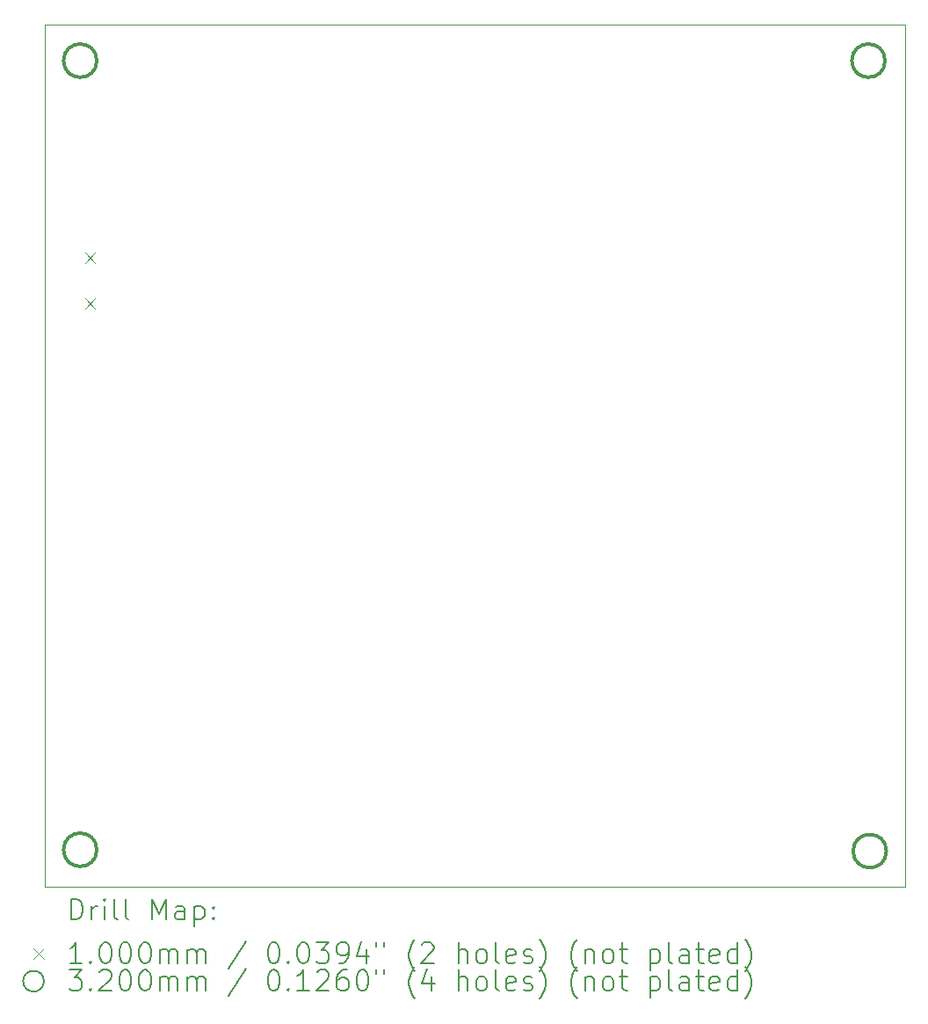
<source format=gbr>
%TF.GenerationSoftware,KiCad,Pcbnew,8.0.1*%
%TF.CreationDate,2024-05-02T11:19:57+05:30*%
%TF.ProjectId,MAX10eval,4d415831-3065-4766-916c-2e6b69636164,rev?*%
%TF.SameCoordinates,Original*%
%TF.FileFunction,Drillmap*%
%TF.FilePolarity,Positive*%
%FSLAX45Y45*%
G04 Gerber Fmt 4.5, Leading zero omitted, Abs format (unit mm)*
G04 Created by KiCad (PCBNEW 8.0.1) date 2024-05-02 11:19:57*
%MOMM*%
%LPD*%
G01*
G04 APERTURE LIST*
%ADD10C,0.100000*%
%ADD11C,0.200000*%
%ADD12C,0.320000*%
G04 APERTURE END LIST*
D10*
X10793113Y-5421013D02*
X19088100Y-5421013D01*
X19088100Y-13716000D01*
X10793113Y-13716000D01*
X10793113Y-5421013D01*
D11*
D10*
X11182450Y-7613050D02*
X11282450Y-7713050D01*
X11282450Y-7613050D02*
X11182450Y-7713050D01*
X11182450Y-8053050D02*
X11282450Y-8153050D01*
X11282450Y-8053050D02*
X11182450Y-8153050D01*
D12*
X11297900Y-5765800D02*
G75*
G02*
X10977900Y-5765800I-160000J0D01*
G01*
X10977900Y-5765800D02*
G75*
G02*
X11297900Y-5765800I160000J0D01*
G01*
X11297900Y-13360400D02*
G75*
G02*
X10977900Y-13360400I-160000J0D01*
G01*
X10977900Y-13360400D02*
G75*
G02*
X11297900Y-13360400I160000J0D01*
G01*
X18892500Y-5765800D02*
G75*
G02*
X18572500Y-5765800I-160000J0D01*
G01*
X18572500Y-5765800D02*
G75*
G02*
X18892500Y-5765800I160000J0D01*
G01*
X18905200Y-13373100D02*
G75*
G02*
X18585200Y-13373100I-160000J0D01*
G01*
X18585200Y-13373100D02*
G75*
G02*
X18905200Y-13373100I160000J0D01*
G01*
D11*
X11048890Y-14032484D02*
X11048890Y-13832484D01*
X11048890Y-13832484D02*
X11096509Y-13832484D01*
X11096509Y-13832484D02*
X11125080Y-13842008D01*
X11125080Y-13842008D02*
X11144128Y-13861055D01*
X11144128Y-13861055D02*
X11153652Y-13880103D01*
X11153652Y-13880103D02*
X11163175Y-13918198D01*
X11163175Y-13918198D02*
X11163175Y-13946769D01*
X11163175Y-13946769D02*
X11153652Y-13984865D01*
X11153652Y-13984865D02*
X11144128Y-14003912D01*
X11144128Y-14003912D02*
X11125080Y-14022960D01*
X11125080Y-14022960D02*
X11096509Y-14032484D01*
X11096509Y-14032484D02*
X11048890Y-14032484D01*
X11248890Y-14032484D02*
X11248890Y-13899150D01*
X11248890Y-13937246D02*
X11258413Y-13918198D01*
X11258413Y-13918198D02*
X11267937Y-13908674D01*
X11267937Y-13908674D02*
X11286985Y-13899150D01*
X11286985Y-13899150D02*
X11306033Y-13899150D01*
X11372699Y-14032484D02*
X11372699Y-13899150D01*
X11372699Y-13832484D02*
X11363175Y-13842008D01*
X11363175Y-13842008D02*
X11372699Y-13851531D01*
X11372699Y-13851531D02*
X11382223Y-13842008D01*
X11382223Y-13842008D02*
X11372699Y-13832484D01*
X11372699Y-13832484D02*
X11372699Y-13851531D01*
X11496509Y-14032484D02*
X11477461Y-14022960D01*
X11477461Y-14022960D02*
X11467937Y-14003912D01*
X11467937Y-14003912D02*
X11467937Y-13832484D01*
X11601271Y-14032484D02*
X11582223Y-14022960D01*
X11582223Y-14022960D02*
X11572699Y-14003912D01*
X11572699Y-14003912D02*
X11572699Y-13832484D01*
X11829842Y-14032484D02*
X11829842Y-13832484D01*
X11829842Y-13832484D02*
X11896509Y-13975341D01*
X11896509Y-13975341D02*
X11963175Y-13832484D01*
X11963175Y-13832484D02*
X11963175Y-14032484D01*
X12144128Y-14032484D02*
X12144128Y-13927722D01*
X12144128Y-13927722D02*
X12134604Y-13908674D01*
X12134604Y-13908674D02*
X12115556Y-13899150D01*
X12115556Y-13899150D02*
X12077461Y-13899150D01*
X12077461Y-13899150D02*
X12058413Y-13908674D01*
X12144128Y-14022960D02*
X12125080Y-14032484D01*
X12125080Y-14032484D02*
X12077461Y-14032484D01*
X12077461Y-14032484D02*
X12058413Y-14022960D01*
X12058413Y-14022960D02*
X12048890Y-14003912D01*
X12048890Y-14003912D02*
X12048890Y-13984865D01*
X12048890Y-13984865D02*
X12058413Y-13965817D01*
X12058413Y-13965817D02*
X12077461Y-13956293D01*
X12077461Y-13956293D02*
X12125080Y-13956293D01*
X12125080Y-13956293D02*
X12144128Y-13946769D01*
X12239366Y-13899150D02*
X12239366Y-14099150D01*
X12239366Y-13908674D02*
X12258413Y-13899150D01*
X12258413Y-13899150D02*
X12296509Y-13899150D01*
X12296509Y-13899150D02*
X12315556Y-13908674D01*
X12315556Y-13908674D02*
X12325080Y-13918198D01*
X12325080Y-13918198D02*
X12334604Y-13937246D01*
X12334604Y-13937246D02*
X12334604Y-13994388D01*
X12334604Y-13994388D02*
X12325080Y-14013436D01*
X12325080Y-14013436D02*
X12315556Y-14022960D01*
X12315556Y-14022960D02*
X12296509Y-14032484D01*
X12296509Y-14032484D02*
X12258413Y-14032484D01*
X12258413Y-14032484D02*
X12239366Y-14022960D01*
X12420318Y-14013436D02*
X12429842Y-14022960D01*
X12429842Y-14022960D02*
X12420318Y-14032484D01*
X12420318Y-14032484D02*
X12410794Y-14022960D01*
X12410794Y-14022960D02*
X12420318Y-14013436D01*
X12420318Y-14013436D02*
X12420318Y-14032484D01*
X12420318Y-13908674D02*
X12429842Y-13918198D01*
X12429842Y-13918198D02*
X12420318Y-13927722D01*
X12420318Y-13927722D02*
X12410794Y-13918198D01*
X12410794Y-13918198D02*
X12420318Y-13908674D01*
X12420318Y-13908674D02*
X12420318Y-13927722D01*
D10*
X10688113Y-14311000D02*
X10788113Y-14411000D01*
X10788113Y-14311000D02*
X10688113Y-14411000D01*
D11*
X11153652Y-14452484D02*
X11039366Y-14452484D01*
X11096509Y-14452484D02*
X11096509Y-14252484D01*
X11096509Y-14252484D02*
X11077461Y-14281055D01*
X11077461Y-14281055D02*
X11058414Y-14300103D01*
X11058414Y-14300103D02*
X11039366Y-14309627D01*
X11239366Y-14433436D02*
X11248890Y-14442960D01*
X11248890Y-14442960D02*
X11239366Y-14452484D01*
X11239366Y-14452484D02*
X11229842Y-14442960D01*
X11229842Y-14442960D02*
X11239366Y-14433436D01*
X11239366Y-14433436D02*
X11239366Y-14452484D01*
X11372699Y-14252484D02*
X11391747Y-14252484D01*
X11391747Y-14252484D02*
X11410794Y-14262008D01*
X11410794Y-14262008D02*
X11420318Y-14271531D01*
X11420318Y-14271531D02*
X11429842Y-14290579D01*
X11429842Y-14290579D02*
X11439366Y-14328674D01*
X11439366Y-14328674D02*
X11439366Y-14376293D01*
X11439366Y-14376293D02*
X11429842Y-14414388D01*
X11429842Y-14414388D02*
X11420318Y-14433436D01*
X11420318Y-14433436D02*
X11410794Y-14442960D01*
X11410794Y-14442960D02*
X11391747Y-14452484D01*
X11391747Y-14452484D02*
X11372699Y-14452484D01*
X11372699Y-14452484D02*
X11353652Y-14442960D01*
X11353652Y-14442960D02*
X11344128Y-14433436D01*
X11344128Y-14433436D02*
X11334604Y-14414388D01*
X11334604Y-14414388D02*
X11325080Y-14376293D01*
X11325080Y-14376293D02*
X11325080Y-14328674D01*
X11325080Y-14328674D02*
X11334604Y-14290579D01*
X11334604Y-14290579D02*
X11344128Y-14271531D01*
X11344128Y-14271531D02*
X11353652Y-14262008D01*
X11353652Y-14262008D02*
X11372699Y-14252484D01*
X11563175Y-14252484D02*
X11582223Y-14252484D01*
X11582223Y-14252484D02*
X11601271Y-14262008D01*
X11601271Y-14262008D02*
X11610794Y-14271531D01*
X11610794Y-14271531D02*
X11620318Y-14290579D01*
X11620318Y-14290579D02*
X11629842Y-14328674D01*
X11629842Y-14328674D02*
X11629842Y-14376293D01*
X11629842Y-14376293D02*
X11620318Y-14414388D01*
X11620318Y-14414388D02*
X11610794Y-14433436D01*
X11610794Y-14433436D02*
X11601271Y-14442960D01*
X11601271Y-14442960D02*
X11582223Y-14452484D01*
X11582223Y-14452484D02*
X11563175Y-14452484D01*
X11563175Y-14452484D02*
X11544128Y-14442960D01*
X11544128Y-14442960D02*
X11534604Y-14433436D01*
X11534604Y-14433436D02*
X11525080Y-14414388D01*
X11525080Y-14414388D02*
X11515556Y-14376293D01*
X11515556Y-14376293D02*
X11515556Y-14328674D01*
X11515556Y-14328674D02*
X11525080Y-14290579D01*
X11525080Y-14290579D02*
X11534604Y-14271531D01*
X11534604Y-14271531D02*
X11544128Y-14262008D01*
X11544128Y-14262008D02*
X11563175Y-14252484D01*
X11753652Y-14252484D02*
X11772699Y-14252484D01*
X11772699Y-14252484D02*
X11791747Y-14262008D01*
X11791747Y-14262008D02*
X11801271Y-14271531D01*
X11801271Y-14271531D02*
X11810794Y-14290579D01*
X11810794Y-14290579D02*
X11820318Y-14328674D01*
X11820318Y-14328674D02*
X11820318Y-14376293D01*
X11820318Y-14376293D02*
X11810794Y-14414388D01*
X11810794Y-14414388D02*
X11801271Y-14433436D01*
X11801271Y-14433436D02*
X11791747Y-14442960D01*
X11791747Y-14442960D02*
X11772699Y-14452484D01*
X11772699Y-14452484D02*
X11753652Y-14452484D01*
X11753652Y-14452484D02*
X11734604Y-14442960D01*
X11734604Y-14442960D02*
X11725080Y-14433436D01*
X11725080Y-14433436D02*
X11715556Y-14414388D01*
X11715556Y-14414388D02*
X11706033Y-14376293D01*
X11706033Y-14376293D02*
X11706033Y-14328674D01*
X11706033Y-14328674D02*
X11715556Y-14290579D01*
X11715556Y-14290579D02*
X11725080Y-14271531D01*
X11725080Y-14271531D02*
X11734604Y-14262008D01*
X11734604Y-14262008D02*
X11753652Y-14252484D01*
X11906033Y-14452484D02*
X11906033Y-14319150D01*
X11906033Y-14338198D02*
X11915556Y-14328674D01*
X11915556Y-14328674D02*
X11934604Y-14319150D01*
X11934604Y-14319150D02*
X11963175Y-14319150D01*
X11963175Y-14319150D02*
X11982223Y-14328674D01*
X11982223Y-14328674D02*
X11991747Y-14347722D01*
X11991747Y-14347722D02*
X11991747Y-14452484D01*
X11991747Y-14347722D02*
X12001271Y-14328674D01*
X12001271Y-14328674D02*
X12020318Y-14319150D01*
X12020318Y-14319150D02*
X12048890Y-14319150D01*
X12048890Y-14319150D02*
X12067937Y-14328674D01*
X12067937Y-14328674D02*
X12077461Y-14347722D01*
X12077461Y-14347722D02*
X12077461Y-14452484D01*
X12172699Y-14452484D02*
X12172699Y-14319150D01*
X12172699Y-14338198D02*
X12182223Y-14328674D01*
X12182223Y-14328674D02*
X12201271Y-14319150D01*
X12201271Y-14319150D02*
X12229842Y-14319150D01*
X12229842Y-14319150D02*
X12248890Y-14328674D01*
X12248890Y-14328674D02*
X12258414Y-14347722D01*
X12258414Y-14347722D02*
X12258414Y-14452484D01*
X12258414Y-14347722D02*
X12267937Y-14328674D01*
X12267937Y-14328674D02*
X12286985Y-14319150D01*
X12286985Y-14319150D02*
X12315556Y-14319150D01*
X12315556Y-14319150D02*
X12334604Y-14328674D01*
X12334604Y-14328674D02*
X12344128Y-14347722D01*
X12344128Y-14347722D02*
X12344128Y-14452484D01*
X12734604Y-14242960D02*
X12563176Y-14500103D01*
X12991747Y-14252484D02*
X13010795Y-14252484D01*
X13010795Y-14252484D02*
X13029842Y-14262008D01*
X13029842Y-14262008D02*
X13039366Y-14271531D01*
X13039366Y-14271531D02*
X13048890Y-14290579D01*
X13048890Y-14290579D02*
X13058414Y-14328674D01*
X13058414Y-14328674D02*
X13058414Y-14376293D01*
X13058414Y-14376293D02*
X13048890Y-14414388D01*
X13048890Y-14414388D02*
X13039366Y-14433436D01*
X13039366Y-14433436D02*
X13029842Y-14442960D01*
X13029842Y-14442960D02*
X13010795Y-14452484D01*
X13010795Y-14452484D02*
X12991747Y-14452484D01*
X12991747Y-14452484D02*
X12972699Y-14442960D01*
X12972699Y-14442960D02*
X12963176Y-14433436D01*
X12963176Y-14433436D02*
X12953652Y-14414388D01*
X12953652Y-14414388D02*
X12944128Y-14376293D01*
X12944128Y-14376293D02*
X12944128Y-14328674D01*
X12944128Y-14328674D02*
X12953652Y-14290579D01*
X12953652Y-14290579D02*
X12963176Y-14271531D01*
X12963176Y-14271531D02*
X12972699Y-14262008D01*
X12972699Y-14262008D02*
X12991747Y-14252484D01*
X13144128Y-14433436D02*
X13153652Y-14442960D01*
X13153652Y-14442960D02*
X13144128Y-14452484D01*
X13144128Y-14452484D02*
X13134604Y-14442960D01*
X13134604Y-14442960D02*
X13144128Y-14433436D01*
X13144128Y-14433436D02*
X13144128Y-14452484D01*
X13277461Y-14252484D02*
X13296509Y-14252484D01*
X13296509Y-14252484D02*
X13315557Y-14262008D01*
X13315557Y-14262008D02*
X13325080Y-14271531D01*
X13325080Y-14271531D02*
X13334604Y-14290579D01*
X13334604Y-14290579D02*
X13344128Y-14328674D01*
X13344128Y-14328674D02*
X13344128Y-14376293D01*
X13344128Y-14376293D02*
X13334604Y-14414388D01*
X13334604Y-14414388D02*
X13325080Y-14433436D01*
X13325080Y-14433436D02*
X13315557Y-14442960D01*
X13315557Y-14442960D02*
X13296509Y-14452484D01*
X13296509Y-14452484D02*
X13277461Y-14452484D01*
X13277461Y-14452484D02*
X13258414Y-14442960D01*
X13258414Y-14442960D02*
X13248890Y-14433436D01*
X13248890Y-14433436D02*
X13239366Y-14414388D01*
X13239366Y-14414388D02*
X13229842Y-14376293D01*
X13229842Y-14376293D02*
X13229842Y-14328674D01*
X13229842Y-14328674D02*
X13239366Y-14290579D01*
X13239366Y-14290579D02*
X13248890Y-14271531D01*
X13248890Y-14271531D02*
X13258414Y-14262008D01*
X13258414Y-14262008D02*
X13277461Y-14252484D01*
X13410795Y-14252484D02*
X13534604Y-14252484D01*
X13534604Y-14252484D02*
X13467937Y-14328674D01*
X13467937Y-14328674D02*
X13496509Y-14328674D01*
X13496509Y-14328674D02*
X13515557Y-14338198D01*
X13515557Y-14338198D02*
X13525080Y-14347722D01*
X13525080Y-14347722D02*
X13534604Y-14366769D01*
X13534604Y-14366769D02*
X13534604Y-14414388D01*
X13534604Y-14414388D02*
X13525080Y-14433436D01*
X13525080Y-14433436D02*
X13515557Y-14442960D01*
X13515557Y-14442960D02*
X13496509Y-14452484D01*
X13496509Y-14452484D02*
X13439366Y-14452484D01*
X13439366Y-14452484D02*
X13420318Y-14442960D01*
X13420318Y-14442960D02*
X13410795Y-14433436D01*
X13629842Y-14452484D02*
X13667937Y-14452484D01*
X13667937Y-14452484D02*
X13686985Y-14442960D01*
X13686985Y-14442960D02*
X13696509Y-14433436D01*
X13696509Y-14433436D02*
X13715557Y-14404865D01*
X13715557Y-14404865D02*
X13725080Y-14366769D01*
X13725080Y-14366769D02*
X13725080Y-14290579D01*
X13725080Y-14290579D02*
X13715557Y-14271531D01*
X13715557Y-14271531D02*
X13706033Y-14262008D01*
X13706033Y-14262008D02*
X13686985Y-14252484D01*
X13686985Y-14252484D02*
X13648890Y-14252484D01*
X13648890Y-14252484D02*
X13629842Y-14262008D01*
X13629842Y-14262008D02*
X13620318Y-14271531D01*
X13620318Y-14271531D02*
X13610795Y-14290579D01*
X13610795Y-14290579D02*
X13610795Y-14338198D01*
X13610795Y-14338198D02*
X13620318Y-14357246D01*
X13620318Y-14357246D02*
X13629842Y-14366769D01*
X13629842Y-14366769D02*
X13648890Y-14376293D01*
X13648890Y-14376293D02*
X13686985Y-14376293D01*
X13686985Y-14376293D02*
X13706033Y-14366769D01*
X13706033Y-14366769D02*
X13715557Y-14357246D01*
X13715557Y-14357246D02*
X13725080Y-14338198D01*
X13896509Y-14319150D02*
X13896509Y-14452484D01*
X13848890Y-14242960D02*
X13801271Y-14385817D01*
X13801271Y-14385817D02*
X13925080Y-14385817D01*
X13991747Y-14252484D02*
X13991747Y-14290579D01*
X14067938Y-14252484D02*
X14067938Y-14290579D01*
X14363176Y-14528674D02*
X14353652Y-14519150D01*
X14353652Y-14519150D02*
X14334604Y-14490579D01*
X14334604Y-14490579D02*
X14325080Y-14471531D01*
X14325080Y-14471531D02*
X14315557Y-14442960D01*
X14315557Y-14442960D02*
X14306033Y-14395341D01*
X14306033Y-14395341D02*
X14306033Y-14357246D01*
X14306033Y-14357246D02*
X14315557Y-14309627D01*
X14315557Y-14309627D02*
X14325080Y-14281055D01*
X14325080Y-14281055D02*
X14334604Y-14262008D01*
X14334604Y-14262008D02*
X14353652Y-14233436D01*
X14353652Y-14233436D02*
X14363176Y-14223912D01*
X14429842Y-14271531D02*
X14439366Y-14262008D01*
X14439366Y-14262008D02*
X14458414Y-14252484D01*
X14458414Y-14252484D02*
X14506033Y-14252484D01*
X14506033Y-14252484D02*
X14525080Y-14262008D01*
X14525080Y-14262008D02*
X14534604Y-14271531D01*
X14534604Y-14271531D02*
X14544128Y-14290579D01*
X14544128Y-14290579D02*
X14544128Y-14309627D01*
X14544128Y-14309627D02*
X14534604Y-14338198D01*
X14534604Y-14338198D02*
X14420319Y-14452484D01*
X14420319Y-14452484D02*
X14544128Y-14452484D01*
X14782223Y-14452484D02*
X14782223Y-14252484D01*
X14867938Y-14452484D02*
X14867938Y-14347722D01*
X14867938Y-14347722D02*
X14858414Y-14328674D01*
X14858414Y-14328674D02*
X14839366Y-14319150D01*
X14839366Y-14319150D02*
X14810795Y-14319150D01*
X14810795Y-14319150D02*
X14791747Y-14328674D01*
X14791747Y-14328674D02*
X14782223Y-14338198D01*
X14991747Y-14452484D02*
X14972700Y-14442960D01*
X14972700Y-14442960D02*
X14963176Y-14433436D01*
X14963176Y-14433436D02*
X14953652Y-14414388D01*
X14953652Y-14414388D02*
X14953652Y-14357246D01*
X14953652Y-14357246D02*
X14963176Y-14338198D01*
X14963176Y-14338198D02*
X14972700Y-14328674D01*
X14972700Y-14328674D02*
X14991747Y-14319150D01*
X14991747Y-14319150D02*
X15020319Y-14319150D01*
X15020319Y-14319150D02*
X15039366Y-14328674D01*
X15039366Y-14328674D02*
X15048890Y-14338198D01*
X15048890Y-14338198D02*
X15058414Y-14357246D01*
X15058414Y-14357246D02*
X15058414Y-14414388D01*
X15058414Y-14414388D02*
X15048890Y-14433436D01*
X15048890Y-14433436D02*
X15039366Y-14442960D01*
X15039366Y-14442960D02*
X15020319Y-14452484D01*
X15020319Y-14452484D02*
X14991747Y-14452484D01*
X15172700Y-14452484D02*
X15153652Y-14442960D01*
X15153652Y-14442960D02*
X15144128Y-14423912D01*
X15144128Y-14423912D02*
X15144128Y-14252484D01*
X15325081Y-14442960D02*
X15306033Y-14452484D01*
X15306033Y-14452484D02*
X15267938Y-14452484D01*
X15267938Y-14452484D02*
X15248890Y-14442960D01*
X15248890Y-14442960D02*
X15239366Y-14423912D01*
X15239366Y-14423912D02*
X15239366Y-14347722D01*
X15239366Y-14347722D02*
X15248890Y-14328674D01*
X15248890Y-14328674D02*
X15267938Y-14319150D01*
X15267938Y-14319150D02*
X15306033Y-14319150D01*
X15306033Y-14319150D02*
X15325081Y-14328674D01*
X15325081Y-14328674D02*
X15334604Y-14347722D01*
X15334604Y-14347722D02*
X15334604Y-14366769D01*
X15334604Y-14366769D02*
X15239366Y-14385817D01*
X15410795Y-14442960D02*
X15429842Y-14452484D01*
X15429842Y-14452484D02*
X15467938Y-14452484D01*
X15467938Y-14452484D02*
X15486985Y-14442960D01*
X15486985Y-14442960D02*
X15496509Y-14423912D01*
X15496509Y-14423912D02*
X15496509Y-14414388D01*
X15496509Y-14414388D02*
X15486985Y-14395341D01*
X15486985Y-14395341D02*
X15467938Y-14385817D01*
X15467938Y-14385817D02*
X15439366Y-14385817D01*
X15439366Y-14385817D02*
X15420319Y-14376293D01*
X15420319Y-14376293D02*
X15410795Y-14357246D01*
X15410795Y-14357246D02*
X15410795Y-14347722D01*
X15410795Y-14347722D02*
X15420319Y-14328674D01*
X15420319Y-14328674D02*
X15439366Y-14319150D01*
X15439366Y-14319150D02*
X15467938Y-14319150D01*
X15467938Y-14319150D02*
X15486985Y-14328674D01*
X15563176Y-14528674D02*
X15572700Y-14519150D01*
X15572700Y-14519150D02*
X15591747Y-14490579D01*
X15591747Y-14490579D02*
X15601271Y-14471531D01*
X15601271Y-14471531D02*
X15610795Y-14442960D01*
X15610795Y-14442960D02*
X15620319Y-14395341D01*
X15620319Y-14395341D02*
X15620319Y-14357246D01*
X15620319Y-14357246D02*
X15610795Y-14309627D01*
X15610795Y-14309627D02*
X15601271Y-14281055D01*
X15601271Y-14281055D02*
X15591747Y-14262008D01*
X15591747Y-14262008D02*
X15572700Y-14233436D01*
X15572700Y-14233436D02*
X15563176Y-14223912D01*
X15925081Y-14528674D02*
X15915557Y-14519150D01*
X15915557Y-14519150D02*
X15896509Y-14490579D01*
X15896509Y-14490579D02*
X15886985Y-14471531D01*
X15886985Y-14471531D02*
X15877462Y-14442960D01*
X15877462Y-14442960D02*
X15867938Y-14395341D01*
X15867938Y-14395341D02*
X15867938Y-14357246D01*
X15867938Y-14357246D02*
X15877462Y-14309627D01*
X15877462Y-14309627D02*
X15886985Y-14281055D01*
X15886985Y-14281055D02*
X15896509Y-14262008D01*
X15896509Y-14262008D02*
X15915557Y-14233436D01*
X15915557Y-14233436D02*
X15925081Y-14223912D01*
X16001271Y-14319150D02*
X16001271Y-14452484D01*
X16001271Y-14338198D02*
X16010795Y-14328674D01*
X16010795Y-14328674D02*
X16029842Y-14319150D01*
X16029842Y-14319150D02*
X16058414Y-14319150D01*
X16058414Y-14319150D02*
X16077462Y-14328674D01*
X16077462Y-14328674D02*
X16086985Y-14347722D01*
X16086985Y-14347722D02*
X16086985Y-14452484D01*
X16210795Y-14452484D02*
X16191747Y-14442960D01*
X16191747Y-14442960D02*
X16182223Y-14433436D01*
X16182223Y-14433436D02*
X16172700Y-14414388D01*
X16172700Y-14414388D02*
X16172700Y-14357246D01*
X16172700Y-14357246D02*
X16182223Y-14338198D01*
X16182223Y-14338198D02*
X16191747Y-14328674D01*
X16191747Y-14328674D02*
X16210795Y-14319150D01*
X16210795Y-14319150D02*
X16239366Y-14319150D01*
X16239366Y-14319150D02*
X16258414Y-14328674D01*
X16258414Y-14328674D02*
X16267938Y-14338198D01*
X16267938Y-14338198D02*
X16277462Y-14357246D01*
X16277462Y-14357246D02*
X16277462Y-14414388D01*
X16277462Y-14414388D02*
X16267938Y-14433436D01*
X16267938Y-14433436D02*
X16258414Y-14442960D01*
X16258414Y-14442960D02*
X16239366Y-14452484D01*
X16239366Y-14452484D02*
X16210795Y-14452484D01*
X16334604Y-14319150D02*
X16410795Y-14319150D01*
X16363176Y-14252484D02*
X16363176Y-14423912D01*
X16363176Y-14423912D02*
X16372700Y-14442960D01*
X16372700Y-14442960D02*
X16391747Y-14452484D01*
X16391747Y-14452484D02*
X16410795Y-14452484D01*
X16629843Y-14319150D02*
X16629843Y-14519150D01*
X16629843Y-14328674D02*
X16648890Y-14319150D01*
X16648890Y-14319150D02*
X16686985Y-14319150D01*
X16686985Y-14319150D02*
X16706033Y-14328674D01*
X16706033Y-14328674D02*
X16715557Y-14338198D01*
X16715557Y-14338198D02*
X16725081Y-14357246D01*
X16725081Y-14357246D02*
X16725081Y-14414388D01*
X16725081Y-14414388D02*
X16715557Y-14433436D01*
X16715557Y-14433436D02*
X16706033Y-14442960D01*
X16706033Y-14442960D02*
X16686985Y-14452484D01*
X16686985Y-14452484D02*
X16648890Y-14452484D01*
X16648890Y-14452484D02*
X16629843Y-14442960D01*
X16839366Y-14452484D02*
X16820319Y-14442960D01*
X16820319Y-14442960D02*
X16810795Y-14423912D01*
X16810795Y-14423912D02*
X16810795Y-14252484D01*
X17001271Y-14452484D02*
X17001271Y-14347722D01*
X17001271Y-14347722D02*
X16991747Y-14328674D01*
X16991747Y-14328674D02*
X16972700Y-14319150D01*
X16972700Y-14319150D02*
X16934605Y-14319150D01*
X16934605Y-14319150D02*
X16915557Y-14328674D01*
X17001271Y-14442960D02*
X16982224Y-14452484D01*
X16982224Y-14452484D02*
X16934605Y-14452484D01*
X16934605Y-14452484D02*
X16915557Y-14442960D01*
X16915557Y-14442960D02*
X16906033Y-14423912D01*
X16906033Y-14423912D02*
X16906033Y-14404865D01*
X16906033Y-14404865D02*
X16915557Y-14385817D01*
X16915557Y-14385817D02*
X16934605Y-14376293D01*
X16934605Y-14376293D02*
X16982224Y-14376293D01*
X16982224Y-14376293D02*
X17001271Y-14366769D01*
X17067938Y-14319150D02*
X17144128Y-14319150D01*
X17096509Y-14252484D02*
X17096509Y-14423912D01*
X17096509Y-14423912D02*
X17106033Y-14442960D01*
X17106033Y-14442960D02*
X17125081Y-14452484D01*
X17125081Y-14452484D02*
X17144128Y-14452484D01*
X17286986Y-14442960D02*
X17267938Y-14452484D01*
X17267938Y-14452484D02*
X17229843Y-14452484D01*
X17229843Y-14452484D02*
X17210795Y-14442960D01*
X17210795Y-14442960D02*
X17201271Y-14423912D01*
X17201271Y-14423912D02*
X17201271Y-14347722D01*
X17201271Y-14347722D02*
X17210795Y-14328674D01*
X17210795Y-14328674D02*
X17229843Y-14319150D01*
X17229843Y-14319150D02*
X17267938Y-14319150D01*
X17267938Y-14319150D02*
X17286986Y-14328674D01*
X17286986Y-14328674D02*
X17296509Y-14347722D01*
X17296509Y-14347722D02*
X17296509Y-14366769D01*
X17296509Y-14366769D02*
X17201271Y-14385817D01*
X17467938Y-14452484D02*
X17467938Y-14252484D01*
X17467938Y-14442960D02*
X17448890Y-14452484D01*
X17448890Y-14452484D02*
X17410795Y-14452484D01*
X17410795Y-14452484D02*
X17391747Y-14442960D01*
X17391747Y-14442960D02*
X17382224Y-14433436D01*
X17382224Y-14433436D02*
X17372700Y-14414388D01*
X17372700Y-14414388D02*
X17372700Y-14357246D01*
X17372700Y-14357246D02*
X17382224Y-14338198D01*
X17382224Y-14338198D02*
X17391747Y-14328674D01*
X17391747Y-14328674D02*
X17410795Y-14319150D01*
X17410795Y-14319150D02*
X17448890Y-14319150D01*
X17448890Y-14319150D02*
X17467938Y-14328674D01*
X17544128Y-14528674D02*
X17553652Y-14519150D01*
X17553652Y-14519150D02*
X17572700Y-14490579D01*
X17572700Y-14490579D02*
X17582224Y-14471531D01*
X17582224Y-14471531D02*
X17591747Y-14442960D01*
X17591747Y-14442960D02*
X17601271Y-14395341D01*
X17601271Y-14395341D02*
X17601271Y-14357246D01*
X17601271Y-14357246D02*
X17591747Y-14309627D01*
X17591747Y-14309627D02*
X17582224Y-14281055D01*
X17582224Y-14281055D02*
X17572700Y-14262008D01*
X17572700Y-14262008D02*
X17553652Y-14233436D01*
X17553652Y-14233436D02*
X17544128Y-14223912D01*
X10788113Y-14625000D02*
G75*
G02*
X10588113Y-14625000I-100000J0D01*
G01*
X10588113Y-14625000D02*
G75*
G02*
X10788113Y-14625000I100000J0D01*
G01*
X11029842Y-14516484D02*
X11153652Y-14516484D01*
X11153652Y-14516484D02*
X11086985Y-14592674D01*
X11086985Y-14592674D02*
X11115556Y-14592674D01*
X11115556Y-14592674D02*
X11134604Y-14602198D01*
X11134604Y-14602198D02*
X11144128Y-14611722D01*
X11144128Y-14611722D02*
X11153652Y-14630769D01*
X11153652Y-14630769D02*
X11153652Y-14678388D01*
X11153652Y-14678388D02*
X11144128Y-14697436D01*
X11144128Y-14697436D02*
X11134604Y-14706960D01*
X11134604Y-14706960D02*
X11115556Y-14716484D01*
X11115556Y-14716484D02*
X11058414Y-14716484D01*
X11058414Y-14716484D02*
X11039366Y-14706960D01*
X11039366Y-14706960D02*
X11029842Y-14697436D01*
X11239366Y-14697436D02*
X11248890Y-14706960D01*
X11248890Y-14706960D02*
X11239366Y-14716484D01*
X11239366Y-14716484D02*
X11229842Y-14706960D01*
X11229842Y-14706960D02*
X11239366Y-14697436D01*
X11239366Y-14697436D02*
X11239366Y-14716484D01*
X11325080Y-14535531D02*
X11334604Y-14526008D01*
X11334604Y-14526008D02*
X11353652Y-14516484D01*
X11353652Y-14516484D02*
X11401271Y-14516484D01*
X11401271Y-14516484D02*
X11420318Y-14526008D01*
X11420318Y-14526008D02*
X11429842Y-14535531D01*
X11429842Y-14535531D02*
X11439366Y-14554579D01*
X11439366Y-14554579D02*
X11439366Y-14573627D01*
X11439366Y-14573627D02*
X11429842Y-14602198D01*
X11429842Y-14602198D02*
X11315556Y-14716484D01*
X11315556Y-14716484D02*
X11439366Y-14716484D01*
X11563175Y-14516484D02*
X11582223Y-14516484D01*
X11582223Y-14516484D02*
X11601271Y-14526008D01*
X11601271Y-14526008D02*
X11610794Y-14535531D01*
X11610794Y-14535531D02*
X11620318Y-14554579D01*
X11620318Y-14554579D02*
X11629842Y-14592674D01*
X11629842Y-14592674D02*
X11629842Y-14640293D01*
X11629842Y-14640293D02*
X11620318Y-14678388D01*
X11620318Y-14678388D02*
X11610794Y-14697436D01*
X11610794Y-14697436D02*
X11601271Y-14706960D01*
X11601271Y-14706960D02*
X11582223Y-14716484D01*
X11582223Y-14716484D02*
X11563175Y-14716484D01*
X11563175Y-14716484D02*
X11544128Y-14706960D01*
X11544128Y-14706960D02*
X11534604Y-14697436D01*
X11534604Y-14697436D02*
X11525080Y-14678388D01*
X11525080Y-14678388D02*
X11515556Y-14640293D01*
X11515556Y-14640293D02*
X11515556Y-14592674D01*
X11515556Y-14592674D02*
X11525080Y-14554579D01*
X11525080Y-14554579D02*
X11534604Y-14535531D01*
X11534604Y-14535531D02*
X11544128Y-14526008D01*
X11544128Y-14526008D02*
X11563175Y-14516484D01*
X11753652Y-14516484D02*
X11772699Y-14516484D01*
X11772699Y-14516484D02*
X11791747Y-14526008D01*
X11791747Y-14526008D02*
X11801271Y-14535531D01*
X11801271Y-14535531D02*
X11810794Y-14554579D01*
X11810794Y-14554579D02*
X11820318Y-14592674D01*
X11820318Y-14592674D02*
X11820318Y-14640293D01*
X11820318Y-14640293D02*
X11810794Y-14678388D01*
X11810794Y-14678388D02*
X11801271Y-14697436D01*
X11801271Y-14697436D02*
X11791747Y-14706960D01*
X11791747Y-14706960D02*
X11772699Y-14716484D01*
X11772699Y-14716484D02*
X11753652Y-14716484D01*
X11753652Y-14716484D02*
X11734604Y-14706960D01*
X11734604Y-14706960D02*
X11725080Y-14697436D01*
X11725080Y-14697436D02*
X11715556Y-14678388D01*
X11715556Y-14678388D02*
X11706033Y-14640293D01*
X11706033Y-14640293D02*
X11706033Y-14592674D01*
X11706033Y-14592674D02*
X11715556Y-14554579D01*
X11715556Y-14554579D02*
X11725080Y-14535531D01*
X11725080Y-14535531D02*
X11734604Y-14526008D01*
X11734604Y-14526008D02*
X11753652Y-14516484D01*
X11906033Y-14716484D02*
X11906033Y-14583150D01*
X11906033Y-14602198D02*
X11915556Y-14592674D01*
X11915556Y-14592674D02*
X11934604Y-14583150D01*
X11934604Y-14583150D02*
X11963175Y-14583150D01*
X11963175Y-14583150D02*
X11982223Y-14592674D01*
X11982223Y-14592674D02*
X11991747Y-14611722D01*
X11991747Y-14611722D02*
X11991747Y-14716484D01*
X11991747Y-14611722D02*
X12001271Y-14592674D01*
X12001271Y-14592674D02*
X12020318Y-14583150D01*
X12020318Y-14583150D02*
X12048890Y-14583150D01*
X12048890Y-14583150D02*
X12067937Y-14592674D01*
X12067937Y-14592674D02*
X12077461Y-14611722D01*
X12077461Y-14611722D02*
X12077461Y-14716484D01*
X12172699Y-14716484D02*
X12172699Y-14583150D01*
X12172699Y-14602198D02*
X12182223Y-14592674D01*
X12182223Y-14592674D02*
X12201271Y-14583150D01*
X12201271Y-14583150D02*
X12229842Y-14583150D01*
X12229842Y-14583150D02*
X12248890Y-14592674D01*
X12248890Y-14592674D02*
X12258414Y-14611722D01*
X12258414Y-14611722D02*
X12258414Y-14716484D01*
X12258414Y-14611722D02*
X12267937Y-14592674D01*
X12267937Y-14592674D02*
X12286985Y-14583150D01*
X12286985Y-14583150D02*
X12315556Y-14583150D01*
X12315556Y-14583150D02*
X12334604Y-14592674D01*
X12334604Y-14592674D02*
X12344128Y-14611722D01*
X12344128Y-14611722D02*
X12344128Y-14716484D01*
X12734604Y-14506960D02*
X12563176Y-14764103D01*
X12991747Y-14516484D02*
X13010795Y-14516484D01*
X13010795Y-14516484D02*
X13029842Y-14526008D01*
X13029842Y-14526008D02*
X13039366Y-14535531D01*
X13039366Y-14535531D02*
X13048890Y-14554579D01*
X13048890Y-14554579D02*
X13058414Y-14592674D01*
X13058414Y-14592674D02*
X13058414Y-14640293D01*
X13058414Y-14640293D02*
X13048890Y-14678388D01*
X13048890Y-14678388D02*
X13039366Y-14697436D01*
X13039366Y-14697436D02*
X13029842Y-14706960D01*
X13029842Y-14706960D02*
X13010795Y-14716484D01*
X13010795Y-14716484D02*
X12991747Y-14716484D01*
X12991747Y-14716484D02*
X12972699Y-14706960D01*
X12972699Y-14706960D02*
X12963176Y-14697436D01*
X12963176Y-14697436D02*
X12953652Y-14678388D01*
X12953652Y-14678388D02*
X12944128Y-14640293D01*
X12944128Y-14640293D02*
X12944128Y-14592674D01*
X12944128Y-14592674D02*
X12953652Y-14554579D01*
X12953652Y-14554579D02*
X12963176Y-14535531D01*
X12963176Y-14535531D02*
X12972699Y-14526008D01*
X12972699Y-14526008D02*
X12991747Y-14516484D01*
X13144128Y-14697436D02*
X13153652Y-14706960D01*
X13153652Y-14706960D02*
X13144128Y-14716484D01*
X13144128Y-14716484D02*
X13134604Y-14706960D01*
X13134604Y-14706960D02*
X13144128Y-14697436D01*
X13144128Y-14697436D02*
X13144128Y-14716484D01*
X13344128Y-14716484D02*
X13229842Y-14716484D01*
X13286985Y-14716484D02*
X13286985Y-14516484D01*
X13286985Y-14516484D02*
X13267937Y-14545055D01*
X13267937Y-14545055D02*
X13248890Y-14564103D01*
X13248890Y-14564103D02*
X13229842Y-14573627D01*
X13420318Y-14535531D02*
X13429842Y-14526008D01*
X13429842Y-14526008D02*
X13448890Y-14516484D01*
X13448890Y-14516484D02*
X13496509Y-14516484D01*
X13496509Y-14516484D02*
X13515557Y-14526008D01*
X13515557Y-14526008D02*
X13525080Y-14535531D01*
X13525080Y-14535531D02*
X13534604Y-14554579D01*
X13534604Y-14554579D02*
X13534604Y-14573627D01*
X13534604Y-14573627D02*
X13525080Y-14602198D01*
X13525080Y-14602198D02*
X13410795Y-14716484D01*
X13410795Y-14716484D02*
X13534604Y-14716484D01*
X13706033Y-14516484D02*
X13667937Y-14516484D01*
X13667937Y-14516484D02*
X13648890Y-14526008D01*
X13648890Y-14526008D02*
X13639366Y-14535531D01*
X13639366Y-14535531D02*
X13620318Y-14564103D01*
X13620318Y-14564103D02*
X13610795Y-14602198D01*
X13610795Y-14602198D02*
X13610795Y-14678388D01*
X13610795Y-14678388D02*
X13620318Y-14697436D01*
X13620318Y-14697436D02*
X13629842Y-14706960D01*
X13629842Y-14706960D02*
X13648890Y-14716484D01*
X13648890Y-14716484D02*
X13686985Y-14716484D01*
X13686985Y-14716484D02*
X13706033Y-14706960D01*
X13706033Y-14706960D02*
X13715557Y-14697436D01*
X13715557Y-14697436D02*
X13725080Y-14678388D01*
X13725080Y-14678388D02*
X13725080Y-14630769D01*
X13725080Y-14630769D02*
X13715557Y-14611722D01*
X13715557Y-14611722D02*
X13706033Y-14602198D01*
X13706033Y-14602198D02*
X13686985Y-14592674D01*
X13686985Y-14592674D02*
X13648890Y-14592674D01*
X13648890Y-14592674D02*
X13629842Y-14602198D01*
X13629842Y-14602198D02*
X13620318Y-14611722D01*
X13620318Y-14611722D02*
X13610795Y-14630769D01*
X13848890Y-14516484D02*
X13867938Y-14516484D01*
X13867938Y-14516484D02*
X13886985Y-14526008D01*
X13886985Y-14526008D02*
X13896509Y-14535531D01*
X13896509Y-14535531D02*
X13906033Y-14554579D01*
X13906033Y-14554579D02*
X13915557Y-14592674D01*
X13915557Y-14592674D02*
X13915557Y-14640293D01*
X13915557Y-14640293D02*
X13906033Y-14678388D01*
X13906033Y-14678388D02*
X13896509Y-14697436D01*
X13896509Y-14697436D02*
X13886985Y-14706960D01*
X13886985Y-14706960D02*
X13867938Y-14716484D01*
X13867938Y-14716484D02*
X13848890Y-14716484D01*
X13848890Y-14716484D02*
X13829842Y-14706960D01*
X13829842Y-14706960D02*
X13820318Y-14697436D01*
X13820318Y-14697436D02*
X13810795Y-14678388D01*
X13810795Y-14678388D02*
X13801271Y-14640293D01*
X13801271Y-14640293D02*
X13801271Y-14592674D01*
X13801271Y-14592674D02*
X13810795Y-14554579D01*
X13810795Y-14554579D02*
X13820318Y-14535531D01*
X13820318Y-14535531D02*
X13829842Y-14526008D01*
X13829842Y-14526008D02*
X13848890Y-14516484D01*
X13991747Y-14516484D02*
X13991747Y-14554579D01*
X14067938Y-14516484D02*
X14067938Y-14554579D01*
X14363176Y-14792674D02*
X14353652Y-14783150D01*
X14353652Y-14783150D02*
X14334604Y-14754579D01*
X14334604Y-14754579D02*
X14325080Y-14735531D01*
X14325080Y-14735531D02*
X14315557Y-14706960D01*
X14315557Y-14706960D02*
X14306033Y-14659341D01*
X14306033Y-14659341D02*
X14306033Y-14621246D01*
X14306033Y-14621246D02*
X14315557Y-14573627D01*
X14315557Y-14573627D02*
X14325080Y-14545055D01*
X14325080Y-14545055D02*
X14334604Y-14526008D01*
X14334604Y-14526008D02*
X14353652Y-14497436D01*
X14353652Y-14497436D02*
X14363176Y-14487912D01*
X14525080Y-14583150D02*
X14525080Y-14716484D01*
X14477461Y-14506960D02*
X14429842Y-14649817D01*
X14429842Y-14649817D02*
X14553652Y-14649817D01*
X14782223Y-14716484D02*
X14782223Y-14516484D01*
X14867938Y-14716484D02*
X14867938Y-14611722D01*
X14867938Y-14611722D02*
X14858414Y-14592674D01*
X14858414Y-14592674D02*
X14839366Y-14583150D01*
X14839366Y-14583150D02*
X14810795Y-14583150D01*
X14810795Y-14583150D02*
X14791747Y-14592674D01*
X14791747Y-14592674D02*
X14782223Y-14602198D01*
X14991747Y-14716484D02*
X14972700Y-14706960D01*
X14972700Y-14706960D02*
X14963176Y-14697436D01*
X14963176Y-14697436D02*
X14953652Y-14678388D01*
X14953652Y-14678388D02*
X14953652Y-14621246D01*
X14953652Y-14621246D02*
X14963176Y-14602198D01*
X14963176Y-14602198D02*
X14972700Y-14592674D01*
X14972700Y-14592674D02*
X14991747Y-14583150D01*
X14991747Y-14583150D02*
X15020319Y-14583150D01*
X15020319Y-14583150D02*
X15039366Y-14592674D01*
X15039366Y-14592674D02*
X15048890Y-14602198D01*
X15048890Y-14602198D02*
X15058414Y-14621246D01*
X15058414Y-14621246D02*
X15058414Y-14678388D01*
X15058414Y-14678388D02*
X15048890Y-14697436D01*
X15048890Y-14697436D02*
X15039366Y-14706960D01*
X15039366Y-14706960D02*
X15020319Y-14716484D01*
X15020319Y-14716484D02*
X14991747Y-14716484D01*
X15172700Y-14716484D02*
X15153652Y-14706960D01*
X15153652Y-14706960D02*
X15144128Y-14687912D01*
X15144128Y-14687912D02*
X15144128Y-14516484D01*
X15325081Y-14706960D02*
X15306033Y-14716484D01*
X15306033Y-14716484D02*
X15267938Y-14716484D01*
X15267938Y-14716484D02*
X15248890Y-14706960D01*
X15248890Y-14706960D02*
X15239366Y-14687912D01*
X15239366Y-14687912D02*
X15239366Y-14611722D01*
X15239366Y-14611722D02*
X15248890Y-14592674D01*
X15248890Y-14592674D02*
X15267938Y-14583150D01*
X15267938Y-14583150D02*
X15306033Y-14583150D01*
X15306033Y-14583150D02*
X15325081Y-14592674D01*
X15325081Y-14592674D02*
X15334604Y-14611722D01*
X15334604Y-14611722D02*
X15334604Y-14630769D01*
X15334604Y-14630769D02*
X15239366Y-14649817D01*
X15410795Y-14706960D02*
X15429842Y-14716484D01*
X15429842Y-14716484D02*
X15467938Y-14716484D01*
X15467938Y-14716484D02*
X15486985Y-14706960D01*
X15486985Y-14706960D02*
X15496509Y-14687912D01*
X15496509Y-14687912D02*
X15496509Y-14678388D01*
X15496509Y-14678388D02*
X15486985Y-14659341D01*
X15486985Y-14659341D02*
X15467938Y-14649817D01*
X15467938Y-14649817D02*
X15439366Y-14649817D01*
X15439366Y-14649817D02*
X15420319Y-14640293D01*
X15420319Y-14640293D02*
X15410795Y-14621246D01*
X15410795Y-14621246D02*
X15410795Y-14611722D01*
X15410795Y-14611722D02*
X15420319Y-14592674D01*
X15420319Y-14592674D02*
X15439366Y-14583150D01*
X15439366Y-14583150D02*
X15467938Y-14583150D01*
X15467938Y-14583150D02*
X15486985Y-14592674D01*
X15563176Y-14792674D02*
X15572700Y-14783150D01*
X15572700Y-14783150D02*
X15591747Y-14754579D01*
X15591747Y-14754579D02*
X15601271Y-14735531D01*
X15601271Y-14735531D02*
X15610795Y-14706960D01*
X15610795Y-14706960D02*
X15620319Y-14659341D01*
X15620319Y-14659341D02*
X15620319Y-14621246D01*
X15620319Y-14621246D02*
X15610795Y-14573627D01*
X15610795Y-14573627D02*
X15601271Y-14545055D01*
X15601271Y-14545055D02*
X15591747Y-14526008D01*
X15591747Y-14526008D02*
X15572700Y-14497436D01*
X15572700Y-14497436D02*
X15563176Y-14487912D01*
X15925081Y-14792674D02*
X15915557Y-14783150D01*
X15915557Y-14783150D02*
X15896509Y-14754579D01*
X15896509Y-14754579D02*
X15886985Y-14735531D01*
X15886985Y-14735531D02*
X15877462Y-14706960D01*
X15877462Y-14706960D02*
X15867938Y-14659341D01*
X15867938Y-14659341D02*
X15867938Y-14621246D01*
X15867938Y-14621246D02*
X15877462Y-14573627D01*
X15877462Y-14573627D02*
X15886985Y-14545055D01*
X15886985Y-14545055D02*
X15896509Y-14526008D01*
X15896509Y-14526008D02*
X15915557Y-14497436D01*
X15915557Y-14497436D02*
X15925081Y-14487912D01*
X16001271Y-14583150D02*
X16001271Y-14716484D01*
X16001271Y-14602198D02*
X16010795Y-14592674D01*
X16010795Y-14592674D02*
X16029842Y-14583150D01*
X16029842Y-14583150D02*
X16058414Y-14583150D01*
X16058414Y-14583150D02*
X16077462Y-14592674D01*
X16077462Y-14592674D02*
X16086985Y-14611722D01*
X16086985Y-14611722D02*
X16086985Y-14716484D01*
X16210795Y-14716484D02*
X16191747Y-14706960D01*
X16191747Y-14706960D02*
X16182223Y-14697436D01*
X16182223Y-14697436D02*
X16172700Y-14678388D01*
X16172700Y-14678388D02*
X16172700Y-14621246D01*
X16172700Y-14621246D02*
X16182223Y-14602198D01*
X16182223Y-14602198D02*
X16191747Y-14592674D01*
X16191747Y-14592674D02*
X16210795Y-14583150D01*
X16210795Y-14583150D02*
X16239366Y-14583150D01*
X16239366Y-14583150D02*
X16258414Y-14592674D01*
X16258414Y-14592674D02*
X16267938Y-14602198D01*
X16267938Y-14602198D02*
X16277462Y-14621246D01*
X16277462Y-14621246D02*
X16277462Y-14678388D01*
X16277462Y-14678388D02*
X16267938Y-14697436D01*
X16267938Y-14697436D02*
X16258414Y-14706960D01*
X16258414Y-14706960D02*
X16239366Y-14716484D01*
X16239366Y-14716484D02*
X16210795Y-14716484D01*
X16334604Y-14583150D02*
X16410795Y-14583150D01*
X16363176Y-14516484D02*
X16363176Y-14687912D01*
X16363176Y-14687912D02*
X16372700Y-14706960D01*
X16372700Y-14706960D02*
X16391747Y-14716484D01*
X16391747Y-14716484D02*
X16410795Y-14716484D01*
X16629843Y-14583150D02*
X16629843Y-14783150D01*
X16629843Y-14592674D02*
X16648890Y-14583150D01*
X16648890Y-14583150D02*
X16686985Y-14583150D01*
X16686985Y-14583150D02*
X16706033Y-14592674D01*
X16706033Y-14592674D02*
X16715557Y-14602198D01*
X16715557Y-14602198D02*
X16725081Y-14621246D01*
X16725081Y-14621246D02*
X16725081Y-14678388D01*
X16725081Y-14678388D02*
X16715557Y-14697436D01*
X16715557Y-14697436D02*
X16706033Y-14706960D01*
X16706033Y-14706960D02*
X16686985Y-14716484D01*
X16686985Y-14716484D02*
X16648890Y-14716484D01*
X16648890Y-14716484D02*
X16629843Y-14706960D01*
X16839366Y-14716484D02*
X16820319Y-14706960D01*
X16820319Y-14706960D02*
X16810795Y-14687912D01*
X16810795Y-14687912D02*
X16810795Y-14516484D01*
X17001271Y-14716484D02*
X17001271Y-14611722D01*
X17001271Y-14611722D02*
X16991747Y-14592674D01*
X16991747Y-14592674D02*
X16972700Y-14583150D01*
X16972700Y-14583150D02*
X16934605Y-14583150D01*
X16934605Y-14583150D02*
X16915557Y-14592674D01*
X17001271Y-14706960D02*
X16982224Y-14716484D01*
X16982224Y-14716484D02*
X16934605Y-14716484D01*
X16934605Y-14716484D02*
X16915557Y-14706960D01*
X16915557Y-14706960D02*
X16906033Y-14687912D01*
X16906033Y-14687912D02*
X16906033Y-14668865D01*
X16906033Y-14668865D02*
X16915557Y-14649817D01*
X16915557Y-14649817D02*
X16934605Y-14640293D01*
X16934605Y-14640293D02*
X16982224Y-14640293D01*
X16982224Y-14640293D02*
X17001271Y-14630769D01*
X17067938Y-14583150D02*
X17144128Y-14583150D01*
X17096509Y-14516484D02*
X17096509Y-14687912D01*
X17096509Y-14687912D02*
X17106033Y-14706960D01*
X17106033Y-14706960D02*
X17125081Y-14716484D01*
X17125081Y-14716484D02*
X17144128Y-14716484D01*
X17286986Y-14706960D02*
X17267938Y-14716484D01*
X17267938Y-14716484D02*
X17229843Y-14716484D01*
X17229843Y-14716484D02*
X17210795Y-14706960D01*
X17210795Y-14706960D02*
X17201271Y-14687912D01*
X17201271Y-14687912D02*
X17201271Y-14611722D01*
X17201271Y-14611722D02*
X17210795Y-14592674D01*
X17210795Y-14592674D02*
X17229843Y-14583150D01*
X17229843Y-14583150D02*
X17267938Y-14583150D01*
X17267938Y-14583150D02*
X17286986Y-14592674D01*
X17286986Y-14592674D02*
X17296509Y-14611722D01*
X17296509Y-14611722D02*
X17296509Y-14630769D01*
X17296509Y-14630769D02*
X17201271Y-14649817D01*
X17467938Y-14716484D02*
X17467938Y-14516484D01*
X17467938Y-14706960D02*
X17448890Y-14716484D01*
X17448890Y-14716484D02*
X17410795Y-14716484D01*
X17410795Y-14716484D02*
X17391747Y-14706960D01*
X17391747Y-14706960D02*
X17382224Y-14697436D01*
X17382224Y-14697436D02*
X17372700Y-14678388D01*
X17372700Y-14678388D02*
X17372700Y-14621246D01*
X17372700Y-14621246D02*
X17382224Y-14602198D01*
X17382224Y-14602198D02*
X17391747Y-14592674D01*
X17391747Y-14592674D02*
X17410795Y-14583150D01*
X17410795Y-14583150D02*
X17448890Y-14583150D01*
X17448890Y-14583150D02*
X17467938Y-14592674D01*
X17544128Y-14792674D02*
X17553652Y-14783150D01*
X17553652Y-14783150D02*
X17572700Y-14754579D01*
X17572700Y-14754579D02*
X17582224Y-14735531D01*
X17582224Y-14735531D02*
X17591747Y-14706960D01*
X17591747Y-14706960D02*
X17601271Y-14659341D01*
X17601271Y-14659341D02*
X17601271Y-14621246D01*
X17601271Y-14621246D02*
X17591747Y-14573627D01*
X17591747Y-14573627D02*
X17582224Y-14545055D01*
X17582224Y-14545055D02*
X17572700Y-14526008D01*
X17572700Y-14526008D02*
X17553652Y-14497436D01*
X17553652Y-14497436D02*
X17544128Y-14487912D01*
M02*

</source>
